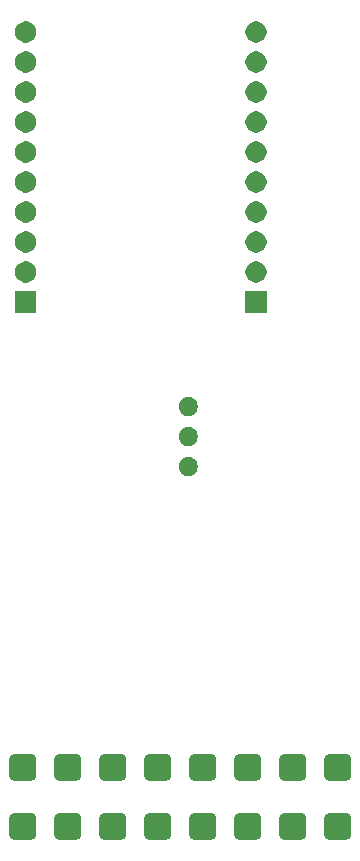
<source format=gbr>
G04 #@! TF.GenerationSoftware,KiCad,Pcbnew,5.1.5+dfsg1-2build2*
G04 #@! TF.CreationDate,2021-04-04T02:10:43+02:00*
G04 #@! TF.ProjectId,t100-dcmotor,74313030-2d64-4636-9d6f-746f722e6b69,rev?*
G04 #@! TF.SameCoordinates,Original*
G04 #@! TF.FileFunction,Soldermask,Bot*
G04 #@! TF.FilePolarity,Negative*
%FSLAX46Y46*%
G04 Gerber Fmt 4.6, Leading zero omitted, Abs format (unit mm)*
G04 Created by KiCad (PCBNEW 5.1.5+dfsg1-2build2) date 2021-04-04 02:10:43*
%MOMM*%
%LPD*%
G04 APERTURE LIST*
%ADD10C,0.100000*%
G04 APERTURE END LIST*
D10*
G36*
X111097961Y-128359450D02*
G01*
X111194088Y-128388610D01*
X111282670Y-128435958D01*
X111360318Y-128499682D01*
X111424042Y-128577330D01*
X111471390Y-128665912D01*
X111500550Y-128762039D01*
X111511000Y-128868140D01*
X111511000Y-130131860D01*
X111500550Y-130237961D01*
X111471390Y-130334088D01*
X111424042Y-130422670D01*
X111360318Y-130500318D01*
X111282670Y-130564042D01*
X111194088Y-130611390D01*
X111097961Y-130640550D01*
X110991860Y-130651000D01*
X109728140Y-130651000D01*
X109622039Y-130640550D01*
X109525912Y-130611390D01*
X109437330Y-130564042D01*
X109359682Y-130500318D01*
X109295958Y-130422670D01*
X109248610Y-130334088D01*
X109219450Y-130237961D01*
X109209000Y-130131860D01*
X109209000Y-128868140D01*
X109219450Y-128762039D01*
X109248610Y-128665912D01*
X109295958Y-128577330D01*
X109359682Y-128499682D01*
X109437330Y-128435958D01*
X109525912Y-128388610D01*
X109622039Y-128359450D01*
X109728140Y-128349000D01*
X110991860Y-128349000D01*
X111097961Y-128359450D01*
G37*
G36*
X114907961Y-128359450D02*
G01*
X115004088Y-128388610D01*
X115092670Y-128435958D01*
X115170318Y-128499682D01*
X115234042Y-128577330D01*
X115281390Y-128665912D01*
X115310550Y-128762039D01*
X115321000Y-128868140D01*
X115321000Y-130131860D01*
X115310550Y-130237961D01*
X115281390Y-130334088D01*
X115234042Y-130422670D01*
X115170318Y-130500318D01*
X115092670Y-130564042D01*
X115004088Y-130611390D01*
X114907961Y-130640550D01*
X114801860Y-130651000D01*
X113538140Y-130651000D01*
X113432039Y-130640550D01*
X113335912Y-130611390D01*
X113247330Y-130564042D01*
X113169682Y-130500318D01*
X113105958Y-130422670D01*
X113058610Y-130334088D01*
X113029450Y-130237961D01*
X113019000Y-130131860D01*
X113019000Y-128868140D01*
X113029450Y-128762039D01*
X113058610Y-128665912D01*
X113105958Y-128577330D01*
X113169682Y-128499682D01*
X113247330Y-128435958D01*
X113335912Y-128388610D01*
X113432039Y-128359450D01*
X113538140Y-128349000D01*
X114801860Y-128349000D01*
X114907961Y-128359450D01*
G37*
G36*
X88237961Y-128359450D02*
G01*
X88334088Y-128388610D01*
X88422670Y-128435958D01*
X88500318Y-128499682D01*
X88564042Y-128577330D01*
X88611390Y-128665912D01*
X88640550Y-128762039D01*
X88651000Y-128868140D01*
X88651000Y-130131860D01*
X88640550Y-130237961D01*
X88611390Y-130334088D01*
X88564042Y-130422670D01*
X88500318Y-130500318D01*
X88422670Y-130564042D01*
X88334088Y-130611390D01*
X88237961Y-130640550D01*
X88131860Y-130651000D01*
X86868140Y-130651000D01*
X86762039Y-130640550D01*
X86665912Y-130611390D01*
X86577330Y-130564042D01*
X86499682Y-130500318D01*
X86435958Y-130422670D01*
X86388610Y-130334088D01*
X86359450Y-130237961D01*
X86349000Y-130131860D01*
X86349000Y-128868140D01*
X86359450Y-128762039D01*
X86388610Y-128665912D01*
X86435958Y-128577330D01*
X86499682Y-128499682D01*
X86577330Y-128435958D01*
X86665912Y-128388610D01*
X86762039Y-128359450D01*
X86868140Y-128349000D01*
X88131860Y-128349000D01*
X88237961Y-128359450D01*
G37*
G36*
X92047961Y-128359450D02*
G01*
X92144088Y-128388610D01*
X92232670Y-128435958D01*
X92310318Y-128499682D01*
X92374042Y-128577330D01*
X92421390Y-128665912D01*
X92450550Y-128762039D01*
X92461000Y-128868140D01*
X92461000Y-130131860D01*
X92450550Y-130237961D01*
X92421390Y-130334088D01*
X92374042Y-130422670D01*
X92310318Y-130500318D01*
X92232670Y-130564042D01*
X92144088Y-130611390D01*
X92047961Y-130640550D01*
X91941860Y-130651000D01*
X90678140Y-130651000D01*
X90572039Y-130640550D01*
X90475912Y-130611390D01*
X90387330Y-130564042D01*
X90309682Y-130500318D01*
X90245958Y-130422670D01*
X90198610Y-130334088D01*
X90169450Y-130237961D01*
X90159000Y-130131860D01*
X90159000Y-128868140D01*
X90169450Y-128762039D01*
X90198610Y-128665912D01*
X90245958Y-128577330D01*
X90309682Y-128499682D01*
X90387330Y-128435958D01*
X90475912Y-128388610D01*
X90572039Y-128359450D01*
X90678140Y-128349000D01*
X91941860Y-128349000D01*
X92047961Y-128359450D01*
G37*
G36*
X95857961Y-128359450D02*
G01*
X95954088Y-128388610D01*
X96042670Y-128435958D01*
X96120318Y-128499682D01*
X96184042Y-128577330D01*
X96231390Y-128665912D01*
X96260550Y-128762039D01*
X96271000Y-128868140D01*
X96271000Y-130131860D01*
X96260550Y-130237961D01*
X96231390Y-130334088D01*
X96184042Y-130422670D01*
X96120318Y-130500318D01*
X96042670Y-130564042D01*
X95954088Y-130611390D01*
X95857961Y-130640550D01*
X95751860Y-130651000D01*
X94488140Y-130651000D01*
X94382039Y-130640550D01*
X94285912Y-130611390D01*
X94197330Y-130564042D01*
X94119682Y-130500318D01*
X94055958Y-130422670D01*
X94008610Y-130334088D01*
X93979450Y-130237961D01*
X93969000Y-130131860D01*
X93969000Y-128868140D01*
X93979450Y-128762039D01*
X94008610Y-128665912D01*
X94055958Y-128577330D01*
X94119682Y-128499682D01*
X94197330Y-128435958D01*
X94285912Y-128388610D01*
X94382039Y-128359450D01*
X94488140Y-128349000D01*
X95751860Y-128349000D01*
X95857961Y-128359450D01*
G37*
G36*
X99667961Y-128359450D02*
G01*
X99764088Y-128388610D01*
X99852670Y-128435958D01*
X99930318Y-128499682D01*
X99994042Y-128577330D01*
X100041390Y-128665912D01*
X100070550Y-128762039D01*
X100081000Y-128868140D01*
X100081000Y-130131860D01*
X100070550Y-130237961D01*
X100041390Y-130334088D01*
X99994042Y-130422670D01*
X99930318Y-130500318D01*
X99852670Y-130564042D01*
X99764088Y-130611390D01*
X99667961Y-130640550D01*
X99561860Y-130651000D01*
X98298140Y-130651000D01*
X98192039Y-130640550D01*
X98095912Y-130611390D01*
X98007330Y-130564042D01*
X97929682Y-130500318D01*
X97865958Y-130422670D01*
X97818610Y-130334088D01*
X97789450Y-130237961D01*
X97779000Y-130131860D01*
X97779000Y-128868140D01*
X97789450Y-128762039D01*
X97818610Y-128665912D01*
X97865958Y-128577330D01*
X97929682Y-128499682D01*
X98007330Y-128435958D01*
X98095912Y-128388610D01*
X98192039Y-128359450D01*
X98298140Y-128349000D01*
X99561860Y-128349000D01*
X99667961Y-128359450D01*
G37*
G36*
X103477961Y-128359450D02*
G01*
X103574088Y-128388610D01*
X103662670Y-128435958D01*
X103740318Y-128499682D01*
X103804042Y-128577330D01*
X103851390Y-128665912D01*
X103880550Y-128762039D01*
X103891000Y-128868140D01*
X103891000Y-130131860D01*
X103880550Y-130237961D01*
X103851390Y-130334088D01*
X103804042Y-130422670D01*
X103740318Y-130500318D01*
X103662670Y-130564042D01*
X103574088Y-130611390D01*
X103477961Y-130640550D01*
X103371860Y-130651000D01*
X102108140Y-130651000D01*
X102002039Y-130640550D01*
X101905912Y-130611390D01*
X101817330Y-130564042D01*
X101739682Y-130500318D01*
X101675958Y-130422670D01*
X101628610Y-130334088D01*
X101599450Y-130237961D01*
X101589000Y-130131860D01*
X101589000Y-128868140D01*
X101599450Y-128762039D01*
X101628610Y-128665912D01*
X101675958Y-128577330D01*
X101739682Y-128499682D01*
X101817330Y-128435958D01*
X101905912Y-128388610D01*
X102002039Y-128359450D01*
X102108140Y-128349000D01*
X103371860Y-128349000D01*
X103477961Y-128359450D01*
G37*
G36*
X107287961Y-128359450D02*
G01*
X107384088Y-128388610D01*
X107472670Y-128435958D01*
X107550318Y-128499682D01*
X107614042Y-128577330D01*
X107661390Y-128665912D01*
X107690550Y-128762039D01*
X107701000Y-128868140D01*
X107701000Y-130131860D01*
X107690550Y-130237961D01*
X107661390Y-130334088D01*
X107614042Y-130422670D01*
X107550318Y-130500318D01*
X107472670Y-130564042D01*
X107384088Y-130611390D01*
X107287961Y-130640550D01*
X107181860Y-130651000D01*
X105918140Y-130651000D01*
X105812039Y-130640550D01*
X105715912Y-130611390D01*
X105627330Y-130564042D01*
X105549682Y-130500318D01*
X105485958Y-130422670D01*
X105438610Y-130334088D01*
X105409450Y-130237961D01*
X105399000Y-130131860D01*
X105399000Y-128868140D01*
X105409450Y-128762039D01*
X105438610Y-128665912D01*
X105485958Y-128577330D01*
X105549682Y-128499682D01*
X105627330Y-128435958D01*
X105715912Y-128388610D01*
X105812039Y-128359450D01*
X105918140Y-128349000D01*
X107181860Y-128349000D01*
X107287961Y-128359450D01*
G37*
G36*
X107287961Y-123359450D02*
G01*
X107384088Y-123388610D01*
X107472670Y-123435958D01*
X107550318Y-123499682D01*
X107614042Y-123577330D01*
X107661390Y-123665912D01*
X107690550Y-123762039D01*
X107701000Y-123868140D01*
X107701000Y-125131860D01*
X107690550Y-125237961D01*
X107661390Y-125334088D01*
X107614042Y-125422670D01*
X107550318Y-125500318D01*
X107472670Y-125564042D01*
X107384088Y-125611390D01*
X107287961Y-125640550D01*
X107181860Y-125651000D01*
X105918140Y-125651000D01*
X105812039Y-125640550D01*
X105715912Y-125611390D01*
X105627330Y-125564042D01*
X105549682Y-125500318D01*
X105485958Y-125422670D01*
X105438610Y-125334088D01*
X105409450Y-125237961D01*
X105399000Y-125131860D01*
X105399000Y-123868140D01*
X105409450Y-123762039D01*
X105438610Y-123665912D01*
X105485958Y-123577330D01*
X105549682Y-123499682D01*
X105627330Y-123435958D01*
X105715912Y-123388610D01*
X105812039Y-123359450D01*
X105918140Y-123349000D01*
X107181860Y-123349000D01*
X107287961Y-123359450D01*
G37*
G36*
X88237961Y-123359450D02*
G01*
X88334088Y-123388610D01*
X88422670Y-123435958D01*
X88500318Y-123499682D01*
X88564042Y-123577330D01*
X88611390Y-123665912D01*
X88640550Y-123762039D01*
X88651000Y-123868140D01*
X88651000Y-125131860D01*
X88640550Y-125237961D01*
X88611390Y-125334088D01*
X88564042Y-125422670D01*
X88500318Y-125500318D01*
X88422670Y-125564042D01*
X88334088Y-125611390D01*
X88237961Y-125640550D01*
X88131860Y-125651000D01*
X86868140Y-125651000D01*
X86762039Y-125640550D01*
X86665912Y-125611390D01*
X86577330Y-125564042D01*
X86499682Y-125500318D01*
X86435958Y-125422670D01*
X86388610Y-125334088D01*
X86359450Y-125237961D01*
X86349000Y-125131860D01*
X86349000Y-123868140D01*
X86359450Y-123762039D01*
X86388610Y-123665912D01*
X86435958Y-123577330D01*
X86499682Y-123499682D01*
X86577330Y-123435958D01*
X86665912Y-123388610D01*
X86762039Y-123359450D01*
X86868140Y-123349000D01*
X88131860Y-123349000D01*
X88237961Y-123359450D01*
G37*
G36*
X114907961Y-123359450D02*
G01*
X115004088Y-123388610D01*
X115092670Y-123435958D01*
X115170318Y-123499682D01*
X115234042Y-123577330D01*
X115281390Y-123665912D01*
X115310550Y-123762039D01*
X115321000Y-123868140D01*
X115321000Y-125131860D01*
X115310550Y-125237961D01*
X115281390Y-125334088D01*
X115234042Y-125422670D01*
X115170318Y-125500318D01*
X115092670Y-125564042D01*
X115004088Y-125611390D01*
X114907961Y-125640550D01*
X114801860Y-125651000D01*
X113538140Y-125651000D01*
X113432039Y-125640550D01*
X113335912Y-125611390D01*
X113247330Y-125564042D01*
X113169682Y-125500318D01*
X113105958Y-125422670D01*
X113058610Y-125334088D01*
X113029450Y-125237961D01*
X113019000Y-125131860D01*
X113019000Y-123868140D01*
X113029450Y-123762039D01*
X113058610Y-123665912D01*
X113105958Y-123577330D01*
X113169682Y-123499682D01*
X113247330Y-123435958D01*
X113335912Y-123388610D01*
X113432039Y-123359450D01*
X113538140Y-123349000D01*
X114801860Y-123349000D01*
X114907961Y-123359450D01*
G37*
G36*
X92047961Y-123359450D02*
G01*
X92144088Y-123388610D01*
X92232670Y-123435958D01*
X92310318Y-123499682D01*
X92374042Y-123577330D01*
X92421390Y-123665912D01*
X92450550Y-123762039D01*
X92461000Y-123868140D01*
X92461000Y-125131860D01*
X92450550Y-125237961D01*
X92421390Y-125334088D01*
X92374042Y-125422670D01*
X92310318Y-125500318D01*
X92232670Y-125564042D01*
X92144088Y-125611390D01*
X92047961Y-125640550D01*
X91941860Y-125651000D01*
X90678140Y-125651000D01*
X90572039Y-125640550D01*
X90475912Y-125611390D01*
X90387330Y-125564042D01*
X90309682Y-125500318D01*
X90245958Y-125422670D01*
X90198610Y-125334088D01*
X90169450Y-125237961D01*
X90159000Y-125131860D01*
X90159000Y-123868140D01*
X90169450Y-123762039D01*
X90198610Y-123665912D01*
X90245958Y-123577330D01*
X90309682Y-123499682D01*
X90387330Y-123435958D01*
X90475912Y-123388610D01*
X90572039Y-123359450D01*
X90678140Y-123349000D01*
X91941860Y-123349000D01*
X92047961Y-123359450D01*
G37*
G36*
X95857961Y-123359450D02*
G01*
X95954088Y-123388610D01*
X96042670Y-123435958D01*
X96120318Y-123499682D01*
X96184042Y-123577330D01*
X96231390Y-123665912D01*
X96260550Y-123762039D01*
X96271000Y-123868140D01*
X96271000Y-125131860D01*
X96260550Y-125237961D01*
X96231390Y-125334088D01*
X96184042Y-125422670D01*
X96120318Y-125500318D01*
X96042670Y-125564042D01*
X95954088Y-125611390D01*
X95857961Y-125640550D01*
X95751860Y-125651000D01*
X94488140Y-125651000D01*
X94382039Y-125640550D01*
X94285912Y-125611390D01*
X94197330Y-125564042D01*
X94119682Y-125500318D01*
X94055958Y-125422670D01*
X94008610Y-125334088D01*
X93979450Y-125237961D01*
X93969000Y-125131860D01*
X93969000Y-123868140D01*
X93979450Y-123762039D01*
X94008610Y-123665912D01*
X94055958Y-123577330D01*
X94119682Y-123499682D01*
X94197330Y-123435958D01*
X94285912Y-123388610D01*
X94382039Y-123359450D01*
X94488140Y-123349000D01*
X95751860Y-123349000D01*
X95857961Y-123359450D01*
G37*
G36*
X99667961Y-123359450D02*
G01*
X99764088Y-123388610D01*
X99852670Y-123435958D01*
X99930318Y-123499682D01*
X99994042Y-123577330D01*
X100041390Y-123665912D01*
X100070550Y-123762039D01*
X100081000Y-123868140D01*
X100081000Y-125131860D01*
X100070550Y-125237961D01*
X100041390Y-125334088D01*
X99994042Y-125422670D01*
X99930318Y-125500318D01*
X99852670Y-125564042D01*
X99764088Y-125611390D01*
X99667961Y-125640550D01*
X99561860Y-125651000D01*
X98298140Y-125651000D01*
X98192039Y-125640550D01*
X98095912Y-125611390D01*
X98007330Y-125564042D01*
X97929682Y-125500318D01*
X97865958Y-125422670D01*
X97818610Y-125334088D01*
X97789450Y-125237961D01*
X97779000Y-125131860D01*
X97779000Y-123868140D01*
X97789450Y-123762039D01*
X97818610Y-123665912D01*
X97865958Y-123577330D01*
X97929682Y-123499682D01*
X98007330Y-123435958D01*
X98095912Y-123388610D01*
X98192039Y-123359450D01*
X98298140Y-123349000D01*
X99561860Y-123349000D01*
X99667961Y-123359450D01*
G37*
G36*
X103477961Y-123359450D02*
G01*
X103574088Y-123388610D01*
X103662670Y-123435958D01*
X103740318Y-123499682D01*
X103804042Y-123577330D01*
X103851390Y-123665912D01*
X103880550Y-123762039D01*
X103891000Y-123868140D01*
X103891000Y-125131860D01*
X103880550Y-125237961D01*
X103851390Y-125334088D01*
X103804042Y-125422670D01*
X103740318Y-125500318D01*
X103662670Y-125564042D01*
X103574088Y-125611390D01*
X103477961Y-125640550D01*
X103371860Y-125651000D01*
X102108140Y-125651000D01*
X102002039Y-125640550D01*
X101905912Y-125611390D01*
X101817330Y-125564042D01*
X101739682Y-125500318D01*
X101675958Y-125422670D01*
X101628610Y-125334088D01*
X101599450Y-125237961D01*
X101589000Y-125131860D01*
X101589000Y-123868140D01*
X101599450Y-123762039D01*
X101628610Y-123665912D01*
X101675958Y-123577330D01*
X101739682Y-123499682D01*
X101817330Y-123435958D01*
X101905912Y-123388610D01*
X102002039Y-123359450D01*
X102108140Y-123349000D01*
X103371860Y-123349000D01*
X103477961Y-123359450D01*
G37*
G36*
X111097961Y-123359450D02*
G01*
X111194088Y-123388610D01*
X111282670Y-123435958D01*
X111360318Y-123499682D01*
X111424042Y-123577330D01*
X111471390Y-123665912D01*
X111500550Y-123762039D01*
X111511000Y-123868140D01*
X111511000Y-125131860D01*
X111500550Y-125237961D01*
X111471390Y-125334088D01*
X111424042Y-125422670D01*
X111360318Y-125500318D01*
X111282670Y-125564042D01*
X111194088Y-125611390D01*
X111097961Y-125640550D01*
X110991860Y-125651000D01*
X109728140Y-125651000D01*
X109622039Y-125640550D01*
X109525912Y-125611390D01*
X109437330Y-125564042D01*
X109359682Y-125500318D01*
X109295958Y-125422670D01*
X109248610Y-125334088D01*
X109219450Y-125237961D01*
X109209000Y-125131860D01*
X109209000Y-123868140D01*
X109219450Y-123762039D01*
X109248610Y-123665912D01*
X109295958Y-123577330D01*
X109359682Y-123499682D01*
X109437330Y-123435958D01*
X109525912Y-123388610D01*
X109622039Y-123359450D01*
X109728140Y-123349000D01*
X110991860Y-123349000D01*
X111097961Y-123359450D01*
G37*
G36*
X101737142Y-98258242D02*
G01*
X101885101Y-98319529D01*
X102018255Y-98408499D01*
X102131501Y-98521745D01*
X102220471Y-98654899D01*
X102281758Y-98802858D01*
X102313000Y-98959925D01*
X102313000Y-99120075D01*
X102281758Y-99277142D01*
X102220471Y-99425101D01*
X102131501Y-99558255D01*
X102018255Y-99671501D01*
X101885101Y-99760471D01*
X101737142Y-99821758D01*
X101580075Y-99853000D01*
X101419925Y-99853000D01*
X101262858Y-99821758D01*
X101114899Y-99760471D01*
X100981745Y-99671501D01*
X100868499Y-99558255D01*
X100779529Y-99425101D01*
X100718242Y-99277142D01*
X100687000Y-99120075D01*
X100687000Y-98959925D01*
X100718242Y-98802858D01*
X100779529Y-98654899D01*
X100868499Y-98521745D01*
X100981745Y-98408499D01*
X101114899Y-98319529D01*
X101262858Y-98258242D01*
X101419925Y-98227000D01*
X101580075Y-98227000D01*
X101737142Y-98258242D01*
G37*
G36*
X101737142Y-95718242D02*
G01*
X101885101Y-95779529D01*
X102018255Y-95868499D01*
X102131501Y-95981745D01*
X102220471Y-96114899D01*
X102281758Y-96262858D01*
X102313000Y-96419925D01*
X102313000Y-96580075D01*
X102281758Y-96737142D01*
X102220471Y-96885101D01*
X102131501Y-97018255D01*
X102018255Y-97131501D01*
X101885101Y-97220471D01*
X101737142Y-97281758D01*
X101580075Y-97313000D01*
X101419925Y-97313000D01*
X101262858Y-97281758D01*
X101114899Y-97220471D01*
X100981745Y-97131501D01*
X100868499Y-97018255D01*
X100779529Y-96885101D01*
X100718242Y-96737142D01*
X100687000Y-96580075D01*
X100687000Y-96419925D01*
X100718242Y-96262858D01*
X100779529Y-96114899D01*
X100868499Y-95981745D01*
X100981745Y-95868499D01*
X101114899Y-95779529D01*
X101262858Y-95718242D01*
X101419925Y-95687000D01*
X101580075Y-95687000D01*
X101737142Y-95718242D01*
G37*
G36*
X101737142Y-93178242D02*
G01*
X101885101Y-93239529D01*
X102018255Y-93328499D01*
X102131501Y-93441745D01*
X102220471Y-93574899D01*
X102281758Y-93722858D01*
X102313000Y-93879925D01*
X102313000Y-94040075D01*
X102281758Y-94197142D01*
X102220471Y-94345101D01*
X102131501Y-94478255D01*
X102018255Y-94591501D01*
X101885101Y-94680471D01*
X101737142Y-94741758D01*
X101580075Y-94773000D01*
X101419925Y-94773000D01*
X101262858Y-94741758D01*
X101114899Y-94680471D01*
X100981745Y-94591501D01*
X100868499Y-94478255D01*
X100779529Y-94345101D01*
X100718242Y-94197142D01*
X100687000Y-94040075D01*
X100687000Y-93879925D01*
X100718242Y-93722858D01*
X100779529Y-93574899D01*
X100868499Y-93441745D01*
X100981745Y-93328499D01*
X101114899Y-93239529D01*
X101262858Y-93178242D01*
X101419925Y-93147000D01*
X101580075Y-93147000D01*
X101737142Y-93178242D01*
G37*
G36*
X108151000Y-86011000D02*
G01*
X106349000Y-86011000D01*
X106349000Y-84209000D01*
X108151000Y-84209000D01*
X108151000Y-86011000D01*
G37*
G36*
X88651000Y-86011000D02*
G01*
X86849000Y-86011000D01*
X86849000Y-84209000D01*
X88651000Y-84209000D01*
X88651000Y-86011000D01*
G37*
G36*
X87863512Y-81673927D02*
G01*
X88012812Y-81703624D01*
X88176784Y-81771544D01*
X88324354Y-81870147D01*
X88449853Y-81995646D01*
X88548456Y-82143216D01*
X88616376Y-82307188D01*
X88651000Y-82481259D01*
X88651000Y-82658741D01*
X88616376Y-82832812D01*
X88548456Y-82996784D01*
X88449853Y-83144354D01*
X88324354Y-83269853D01*
X88176784Y-83368456D01*
X88012812Y-83436376D01*
X87863512Y-83466073D01*
X87838742Y-83471000D01*
X87661258Y-83471000D01*
X87636488Y-83466073D01*
X87487188Y-83436376D01*
X87323216Y-83368456D01*
X87175646Y-83269853D01*
X87050147Y-83144354D01*
X86951544Y-82996784D01*
X86883624Y-82832812D01*
X86849000Y-82658741D01*
X86849000Y-82481259D01*
X86883624Y-82307188D01*
X86951544Y-82143216D01*
X87050147Y-81995646D01*
X87175646Y-81870147D01*
X87323216Y-81771544D01*
X87487188Y-81703624D01*
X87636488Y-81673927D01*
X87661258Y-81669000D01*
X87838742Y-81669000D01*
X87863512Y-81673927D01*
G37*
G36*
X107363512Y-81673927D02*
G01*
X107512812Y-81703624D01*
X107676784Y-81771544D01*
X107824354Y-81870147D01*
X107949853Y-81995646D01*
X108048456Y-82143216D01*
X108116376Y-82307188D01*
X108151000Y-82481259D01*
X108151000Y-82658741D01*
X108116376Y-82832812D01*
X108048456Y-82996784D01*
X107949853Y-83144354D01*
X107824354Y-83269853D01*
X107676784Y-83368456D01*
X107512812Y-83436376D01*
X107363512Y-83466073D01*
X107338742Y-83471000D01*
X107161258Y-83471000D01*
X107136488Y-83466073D01*
X106987188Y-83436376D01*
X106823216Y-83368456D01*
X106675646Y-83269853D01*
X106550147Y-83144354D01*
X106451544Y-82996784D01*
X106383624Y-82832812D01*
X106349000Y-82658741D01*
X106349000Y-82481259D01*
X106383624Y-82307188D01*
X106451544Y-82143216D01*
X106550147Y-81995646D01*
X106675646Y-81870147D01*
X106823216Y-81771544D01*
X106987188Y-81703624D01*
X107136488Y-81673927D01*
X107161258Y-81669000D01*
X107338742Y-81669000D01*
X107363512Y-81673927D01*
G37*
G36*
X107363512Y-79133927D02*
G01*
X107512812Y-79163624D01*
X107676784Y-79231544D01*
X107824354Y-79330147D01*
X107949853Y-79455646D01*
X108048456Y-79603216D01*
X108116376Y-79767188D01*
X108151000Y-79941259D01*
X108151000Y-80118741D01*
X108116376Y-80292812D01*
X108048456Y-80456784D01*
X107949853Y-80604354D01*
X107824354Y-80729853D01*
X107676784Y-80828456D01*
X107512812Y-80896376D01*
X107363512Y-80926073D01*
X107338742Y-80931000D01*
X107161258Y-80931000D01*
X107136488Y-80926073D01*
X106987188Y-80896376D01*
X106823216Y-80828456D01*
X106675646Y-80729853D01*
X106550147Y-80604354D01*
X106451544Y-80456784D01*
X106383624Y-80292812D01*
X106349000Y-80118741D01*
X106349000Y-79941259D01*
X106383624Y-79767188D01*
X106451544Y-79603216D01*
X106550147Y-79455646D01*
X106675646Y-79330147D01*
X106823216Y-79231544D01*
X106987188Y-79163624D01*
X107136488Y-79133927D01*
X107161258Y-79129000D01*
X107338742Y-79129000D01*
X107363512Y-79133927D01*
G37*
G36*
X87863512Y-79133927D02*
G01*
X88012812Y-79163624D01*
X88176784Y-79231544D01*
X88324354Y-79330147D01*
X88449853Y-79455646D01*
X88548456Y-79603216D01*
X88616376Y-79767188D01*
X88651000Y-79941259D01*
X88651000Y-80118741D01*
X88616376Y-80292812D01*
X88548456Y-80456784D01*
X88449853Y-80604354D01*
X88324354Y-80729853D01*
X88176784Y-80828456D01*
X88012812Y-80896376D01*
X87863512Y-80926073D01*
X87838742Y-80931000D01*
X87661258Y-80931000D01*
X87636488Y-80926073D01*
X87487188Y-80896376D01*
X87323216Y-80828456D01*
X87175646Y-80729853D01*
X87050147Y-80604354D01*
X86951544Y-80456784D01*
X86883624Y-80292812D01*
X86849000Y-80118741D01*
X86849000Y-79941259D01*
X86883624Y-79767188D01*
X86951544Y-79603216D01*
X87050147Y-79455646D01*
X87175646Y-79330147D01*
X87323216Y-79231544D01*
X87487188Y-79163624D01*
X87636488Y-79133927D01*
X87661258Y-79129000D01*
X87838742Y-79129000D01*
X87863512Y-79133927D01*
G37*
G36*
X107363512Y-76593927D02*
G01*
X107512812Y-76623624D01*
X107676784Y-76691544D01*
X107824354Y-76790147D01*
X107949853Y-76915646D01*
X108048456Y-77063216D01*
X108116376Y-77227188D01*
X108151000Y-77401259D01*
X108151000Y-77578741D01*
X108116376Y-77752812D01*
X108048456Y-77916784D01*
X107949853Y-78064354D01*
X107824354Y-78189853D01*
X107676784Y-78288456D01*
X107512812Y-78356376D01*
X107363512Y-78386073D01*
X107338742Y-78391000D01*
X107161258Y-78391000D01*
X107136488Y-78386073D01*
X106987188Y-78356376D01*
X106823216Y-78288456D01*
X106675646Y-78189853D01*
X106550147Y-78064354D01*
X106451544Y-77916784D01*
X106383624Y-77752812D01*
X106349000Y-77578741D01*
X106349000Y-77401259D01*
X106383624Y-77227188D01*
X106451544Y-77063216D01*
X106550147Y-76915646D01*
X106675646Y-76790147D01*
X106823216Y-76691544D01*
X106987188Y-76623624D01*
X107136488Y-76593927D01*
X107161258Y-76589000D01*
X107338742Y-76589000D01*
X107363512Y-76593927D01*
G37*
G36*
X87863512Y-76593927D02*
G01*
X88012812Y-76623624D01*
X88176784Y-76691544D01*
X88324354Y-76790147D01*
X88449853Y-76915646D01*
X88548456Y-77063216D01*
X88616376Y-77227188D01*
X88651000Y-77401259D01*
X88651000Y-77578741D01*
X88616376Y-77752812D01*
X88548456Y-77916784D01*
X88449853Y-78064354D01*
X88324354Y-78189853D01*
X88176784Y-78288456D01*
X88012812Y-78356376D01*
X87863512Y-78386073D01*
X87838742Y-78391000D01*
X87661258Y-78391000D01*
X87636488Y-78386073D01*
X87487188Y-78356376D01*
X87323216Y-78288456D01*
X87175646Y-78189853D01*
X87050147Y-78064354D01*
X86951544Y-77916784D01*
X86883624Y-77752812D01*
X86849000Y-77578741D01*
X86849000Y-77401259D01*
X86883624Y-77227188D01*
X86951544Y-77063216D01*
X87050147Y-76915646D01*
X87175646Y-76790147D01*
X87323216Y-76691544D01*
X87487188Y-76623624D01*
X87636488Y-76593927D01*
X87661258Y-76589000D01*
X87838742Y-76589000D01*
X87863512Y-76593927D01*
G37*
G36*
X87863512Y-74053927D02*
G01*
X88012812Y-74083624D01*
X88176784Y-74151544D01*
X88324354Y-74250147D01*
X88449853Y-74375646D01*
X88548456Y-74523216D01*
X88616376Y-74687188D01*
X88651000Y-74861259D01*
X88651000Y-75038741D01*
X88616376Y-75212812D01*
X88548456Y-75376784D01*
X88449853Y-75524354D01*
X88324354Y-75649853D01*
X88176784Y-75748456D01*
X88012812Y-75816376D01*
X87863512Y-75846073D01*
X87838742Y-75851000D01*
X87661258Y-75851000D01*
X87636488Y-75846073D01*
X87487188Y-75816376D01*
X87323216Y-75748456D01*
X87175646Y-75649853D01*
X87050147Y-75524354D01*
X86951544Y-75376784D01*
X86883624Y-75212812D01*
X86849000Y-75038741D01*
X86849000Y-74861259D01*
X86883624Y-74687188D01*
X86951544Y-74523216D01*
X87050147Y-74375646D01*
X87175646Y-74250147D01*
X87323216Y-74151544D01*
X87487188Y-74083624D01*
X87636488Y-74053927D01*
X87661258Y-74049000D01*
X87838742Y-74049000D01*
X87863512Y-74053927D01*
G37*
G36*
X107363512Y-74053927D02*
G01*
X107512812Y-74083624D01*
X107676784Y-74151544D01*
X107824354Y-74250147D01*
X107949853Y-74375646D01*
X108048456Y-74523216D01*
X108116376Y-74687188D01*
X108151000Y-74861259D01*
X108151000Y-75038741D01*
X108116376Y-75212812D01*
X108048456Y-75376784D01*
X107949853Y-75524354D01*
X107824354Y-75649853D01*
X107676784Y-75748456D01*
X107512812Y-75816376D01*
X107363512Y-75846073D01*
X107338742Y-75851000D01*
X107161258Y-75851000D01*
X107136488Y-75846073D01*
X106987188Y-75816376D01*
X106823216Y-75748456D01*
X106675646Y-75649853D01*
X106550147Y-75524354D01*
X106451544Y-75376784D01*
X106383624Y-75212812D01*
X106349000Y-75038741D01*
X106349000Y-74861259D01*
X106383624Y-74687188D01*
X106451544Y-74523216D01*
X106550147Y-74375646D01*
X106675646Y-74250147D01*
X106823216Y-74151544D01*
X106987188Y-74083624D01*
X107136488Y-74053927D01*
X107161258Y-74049000D01*
X107338742Y-74049000D01*
X107363512Y-74053927D01*
G37*
G36*
X87863512Y-71513927D02*
G01*
X88012812Y-71543624D01*
X88176784Y-71611544D01*
X88324354Y-71710147D01*
X88449853Y-71835646D01*
X88548456Y-71983216D01*
X88616376Y-72147188D01*
X88651000Y-72321259D01*
X88651000Y-72498741D01*
X88616376Y-72672812D01*
X88548456Y-72836784D01*
X88449853Y-72984354D01*
X88324354Y-73109853D01*
X88176784Y-73208456D01*
X88012812Y-73276376D01*
X87863512Y-73306073D01*
X87838742Y-73311000D01*
X87661258Y-73311000D01*
X87636488Y-73306073D01*
X87487188Y-73276376D01*
X87323216Y-73208456D01*
X87175646Y-73109853D01*
X87050147Y-72984354D01*
X86951544Y-72836784D01*
X86883624Y-72672812D01*
X86849000Y-72498741D01*
X86849000Y-72321259D01*
X86883624Y-72147188D01*
X86951544Y-71983216D01*
X87050147Y-71835646D01*
X87175646Y-71710147D01*
X87323216Y-71611544D01*
X87487188Y-71543624D01*
X87636488Y-71513927D01*
X87661258Y-71509000D01*
X87838742Y-71509000D01*
X87863512Y-71513927D01*
G37*
G36*
X107363512Y-71513927D02*
G01*
X107512812Y-71543624D01*
X107676784Y-71611544D01*
X107824354Y-71710147D01*
X107949853Y-71835646D01*
X108048456Y-71983216D01*
X108116376Y-72147188D01*
X108151000Y-72321259D01*
X108151000Y-72498741D01*
X108116376Y-72672812D01*
X108048456Y-72836784D01*
X107949853Y-72984354D01*
X107824354Y-73109853D01*
X107676784Y-73208456D01*
X107512812Y-73276376D01*
X107363512Y-73306073D01*
X107338742Y-73311000D01*
X107161258Y-73311000D01*
X107136488Y-73306073D01*
X106987188Y-73276376D01*
X106823216Y-73208456D01*
X106675646Y-73109853D01*
X106550147Y-72984354D01*
X106451544Y-72836784D01*
X106383624Y-72672812D01*
X106349000Y-72498741D01*
X106349000Y-72321259D01*
X106383624Y-72147188D01*
X106451544Y-71983216D01*
X106550147Y-71835646D01*
X106675646Y-71710147D01*
X106823216Y-71611544D01*
X106987188Y-71543624D01*
X107136488Y-71513927D01*
X107161258Y-71509000D01*
X107338742Y-71509000D01*
X107363512Y-71513927D01*
G37*
G36*
X87863512Y-68973927D02*
G01*
X88012812Y-69003624D01*
X88176784Y-69071544D01*
X88324354Y-69170147D01*
X88449853Y-69295646D01*
X88548456Y-69443216D01*
X88616376Y-69607188D01*
X88651000Y-69781259D01*
X88651000Y-69958741D01*
X88616376Y-70132812D01*
X88548456Y-70296784D01*
X88449853Y-70444354D01*
X88324354Y-70569853D01*
X88176784Y-70668456D01*
X88012812Y-70736376D01*
X87863512Y-70766073D01*
X87838742Y-70771000D01*
X87661258Y-70771000D01*
X87636488Y-70766073D01*
X87487188Y-70736376D01*
X87323216Y-70668456D01*
X87175646Y-70569853D01*
X87050147Y-70444354D01*
X86951544Y-70296784D01*
X86883624Y-70132812D01*
X86849000Y-69958741D01*
X86849000Y-69781259D01*
X86883624Y-69607188D01*
X86951544Y-69443216D01*
X87050147Y-69295646D01*
X87175646Y-69170147D01*
X87323216Y-69071544D01*
X87487188Y-69003624D01*
X87636488Y-68973927D01*
X87661258Y-68969000D01*
X87838742Y-68969000D01*
X87863512Y-68973927D01*
G37*
G36*
X107363512Y-68973927D02*
G01*
X107512812Y-69003624D01*
X107676784Y-69071544D01*
X107824354Y-69170147D01*
X107949853Y-69295646D01*
X108048456Y-69443216D01*
X108116376Y-69607188D01*
X108151000Y-69781259D01*
X108151000Y-69958741D01*
X108116376Y-70132812D01*
X108048456Y-70296784D01*
X107949853Y-70444354D01*
X107824354Y-70569853D01*
X107676784Y-70668456D01*
X107512812Y-70736376D01*
X107363512Y-70766073D01*
X107338742Y-70771000D01*
X107161258Y-70771000D01*
X107136488Y-70766073D01*
X106987188Y-70736376D01*
X106823216Y-70668456D01*
X106675646Y-70569853D01*
X106550147Y-70444354D01*
X106451544Y-70296784D01*
X106383624Y-70132812D01*
X106349000Y-69958741D01*
X106349000Y-69781259D01*
X106383624Y-69607188D01*
X106451544Y-69443216D01*
X106550147Y-69295646D01*
X106675646Y-69170147D01*
X106823216Y-69071544D01*
X106987188Y-69003624D01*
X107136488Y-68973927D01*
X107161258Y-68969000D01*
X107338742Y-68969000D01*
X107363512Y-68973927D01*
G37*
G36*
X107363512Y-66433927D02*
G01*
X107512812Y-66463624D01*
X107676784Y-66531544D01*
X107824354Y-66630147D01*
X107949853Y-66755646D01*
X108048456Y-66903216D01*
X108116376Y-67067188D01*
X108151000Y-67241259D01*
X108151000Y-67418741D01*
X108116376Y-67592812D01*
X108048456Y-67756784D01*
X107949853Y-67904354D01*
X107824354Y-68029853D01*
X107676784Y-68128456D01*
X107512812Y-68196376D01*
X107363512Y-68226073D01*
X107338742Y-68231000D01*
X107161258Y-68231000D01*
X107136488Y-68226073D01*
X106987188Y-68196376D01*
X106823216Y-68128456D01*
X106675646Y-68029853D01*
X106550147Y-67904354D01*
X106451544Y-67756784D01*
X106383624Y-67592812D01*
X106349000Y-67418741D01*
X106349000Y-67241259D01*
X106383624Y-67067188D01*
X106451544Y-66903216D01*
X106550147Y-66755646D01*
X106675646Y-66630147D01*
X106823216Y-66531544D01*
X106987188Y-66463624D01*
X107136488Y-66433927D01*
X107161258Y-66429000D01*
X107338742Y-66429000D01*
X107363512Y-66433927D01*
G37*
G36*
X87863512Y-66433927D02*
G01*
X88012812Y-66463624D01*
X88176784Y-66531544D01*
X88324354Y-66630147D01*
X88449853Y-66755646D01*
X88548456Y-66903216D01*
X88616376Y-67067188D01*
X88651000Y-67241259D01*
X88651000Y-67418741D01*
X88616376Y-67592812D01*
X88548456Y-67756784D01*
X88449853Y-67904354D01*
X88324354Y-68029853D01*
X88176784Y-68128456D01*
X88012812Y-68196376D01*
X87863512Y-68226073D01*
X87838742Y-68231000D01*
X87661258Y-68231000D01*
X87636488Y-68226073D01*
X87487188Y-68196376D01*
X87323216Y-68128456D01*
X87175646Y-68029853D01*
X87050147Y-67904354D01*
X86951544Y-67756784D01*
X86883624Y-67592812D01*
X86849000Y-67418741D01*
X86849000Y-67241259D01*
X86883624Y-67067188D01*
X86951544Y-66903216D01*
X87050147Y-66755646D01*
X87175646Y-66630147D01*
X87323216Y-66531544D01*
X87487188Y-66463624D01*
X87636488Y-66433927D01*
X87661258Y-66429000D01*
X87838742Y-66429000D01*
X87863512Y-66433927D01*
G37*
G36*
X107363512Y-63893927D02*
G01*
X107512812Y-63923624D01*
X107676784Y-63991544D01*
X107824354Y-64090147D01*
X107949853Y-64215646D01*
X108048456Y-64363216D01*
X108116376Y-64527188D01*
X108151000Y-64701259D01*
X108151000Y-64878741D01*
X108116376Y-65052812D01*
X108048456Y-65216784D01*
X107949853Y-65364354D01*
X107824354Y-65489853D01*
X107676784Y-65588456D01*
X107512812Y-65656376D01*
X107363512Y-65686073D01*
X107338742Y-65691000D01*
X107161258Y-65691000D01*
X107136488Y-65686073D01*
X106987188Y-65656376D01*
X106823216Y-65588456D01*
X106675646Y-65489853D01*
X106550147Y-65364354D01*
X106451544Y-65216784D01*
X106383624Y-65052812D01*
X106349000Y-64878741D01*
X106349000Y-64701259D01*
X106383624Y-64527188D01*
X106451544Y-64363216D01*
X106550147Y-64215646D01*
X106675646Y-64090147D01*
X106823216Y-63991544D01*
X106987188Y-63923624D01*
X107136488Y-63893927D01*
X107161258Y-63889000D01*
X107338742Y-63889000D01*
X107363512Y-63893927D01*
G37*
G36*
X87863512Y-63893927D02*
G01*
X88012812Y-63923624D01*
X88176784Y-63991544D01*
X88324354Y-64090147D01*
X88449853Y-64215646D01*
X88548456Y-64363216D01*
X88616376Y-64527188D01*
X88651000Y-64701259D01*
X88651000Y-64878741D01*
X88616376Y-65052812D01*
X88548456Y-65216784D01*
X88449853Y-65364354D01*
X88324354Y-65489853D01*
X88176784Y-65588456D01*
X88012812Y-65656376D01*
X87863512Y-65686073D01*
X87838742Y-65691000D01*
X87661258Y-65691000D01*
X87636488Y-65686073D01*
X87487188Y-65656376D01*
X87323216Y-65588456D01*
X87175646Y-65489853D01*
X87050147Y-65364354D01*
X86951544Y-65216784D01*
X86883624Y-65052812D01*
X86849000Y-64878741D01*
X86849000Y-64701259D01*
X86883624Y-64527188D01*
X86951544Y-64363216D01*
X87050147Y-64215646D01*
X87175646Y-64090147D01*
X87323216Y-63991544D01*
X87487188Y-63923624D01*
X87636488Y-63893927D01*
X87661258Y-63889000D01*
X87838742Y-63889000D01*
X87863512Y-63893927D01*
G37*
G36*
X107363512Y-61353927D02*
G01*
X107512812Y-61383624D01*
X107676784Y-61451544D01*
X107824354Y-61550147D01*
X107949853Y-61675646D01*
X108048456Y-61823216D01*
X108116376Y-61987188D01*
X108151000Y-62161259D01*
X108151000Y-62338741D01*
X108116376Y-62512812D01*
X108048456Y-62676784D01*
X107949853Y-62824354D01*
X107824354Y-62949853D01*
X107676784Y-63048456D01*
X107512812Y-63116376D01*
X107363512Y-63146073D01*
X107338742Y-63151000D01*
X107161258Y-63151000D01*
X107136488Y-63146073D01*
X106987188Y-63116376D01*
X106823216Y-63048456D01*
X106675646Y-62949853D01*
X106550147Y-62824354D01*
X106451544Y-62676784D01*
X106383624Y-62512812D01*
X106349000Y-62338741D01*
X106349000Y-62161259D01*
X106383624Y-61987188D01*
X106451544Y-61823216D01*
X106550147Y-61675646D01*
X106675646Y-61550147D01*
X106823216Y-61451544D01*
X106987188Y-61383624D01*
X107136488Y-61353927D01*
X107161258Y-61349000D01*
X107338742Y-61349000D01*
X107363512Y-61353927D01*
G37*
G36*
X87863512Y-61353927D02*
G01*
X88012812Y-61383624D01*
X88176784Y-61451544D01*
X88324354Y-61550147D01*
X88449853Y-61675646D01*
X88548456Y-61823216D01*
X88616376Y-61987188D01*
X88651000Y-62161259D01*
X88651000Y-62338741D01*
X88616376Y-62512812D01*
X88548456Y-62676784D01*
X88449853Y-62824354D01*
X88324354Y-62949853D01*
X88176784Y-63048456D01*
X88012812Y-63116376D01*
X87863512Y-63146073D01*
X87838742Y-63151000D01*
X87661258Y-63151000D01*
X87636488Y-63146073D01*
X87487188Y-63116376D01*
X87323216Y-63048456D01*
X87175646Y-62949853D01*
X87050147Y-62824354D01*
X86951544Y-62676784D01*
X86883624Y-62512812D01*
X86849000Y-62338741D01*
X86849000Y-62161259D01*
X86883624Y-61987188D01*
X86951544Y-61823216D01*
X87050147Y-61675646D01*
X87175646Y-61550147D01*
X87323216Y-61451544D01*
X87487188Y-61383624D01*
X87636488Y-61353927D01*
X87661258Y-61349000D01*
X87838742Y-61349000D01*
X87863512Y-61353927D01*
G37*
M02*

</source>
